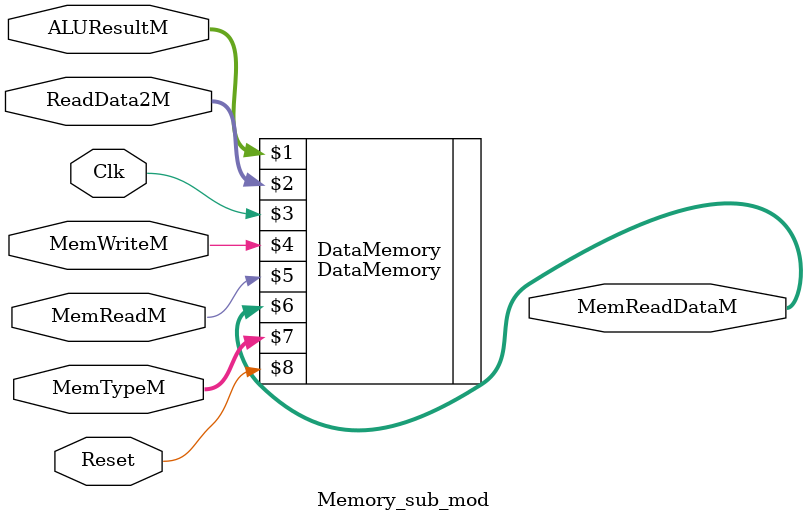
<source format=v>
`timescale 1ns / 1ps


module Memory_sub_mod(ALUResultM, ReadData2M, Clk, MemWriteM, MemReadM, MemTypeM, Reset, MemReadDataM);
    
    input [31:0] ALUResultM; 	
    input [31:0] ReadData2M; 
    input Clk;
    input MemWriteM; 		 
    input MemReadM; 			
    input [1:0] MemTypeM;
    input Reset;
    output wire [31:0] MemReadDataM;
    
    DataMemory DataMemory(ALUResultM, ReadData2M, Clk, MemWriteM, MemReadM,
     MemReadDataM, MemTypeM, Reset);
    
endmodule

</source>
